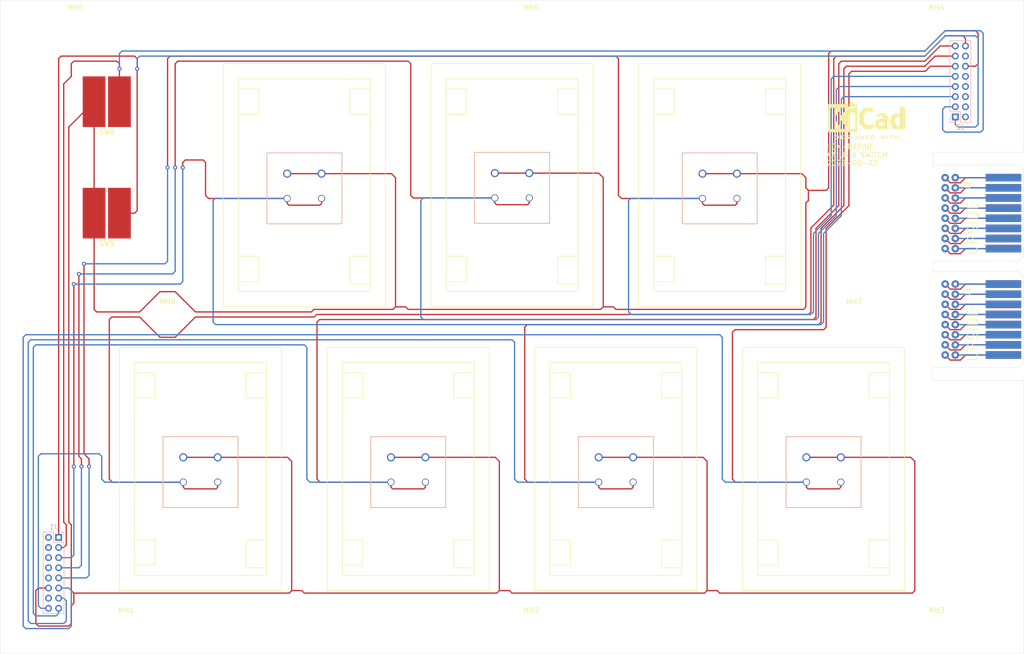
<source format=kicad_pcb>
(kicad_pcb (version 20211014) (generator pcbnew)
  (layers (0 "F.Cu" signal) (31 "B.Cu" signal) (34 "B.Paste" user) (35 "F.Paste" user) (36 "B.SilkS" user "B.Silkscreen") (37 "F.SilkS" user "F.Silkscreen") (38 "B.Mask" user) (39 "F.Mask" user) (44 "Edge.Cuts" user))
  (net 0 "")
  (net 1 "Net-(J1-Pad16)")
  (net 3 "Net-(J1-Pad15)")
  (net 5 "Net-(J1-Pad13)")
  (net 7 "Net-(J1-Pad11)")
  (net 9 "Net-(J1-Pad9)")
  (net 11 "Net-(J1-Pad7)")
  (net 12 "GND")
  (net 13 "Net-(J1-Pad5)")
  (net 15 "Net-(J1-Pad3)")
  (net 16 "Net-(J1-Pad1)")
  (footprint "iidx-refine:Hole-6mm" (layer "F.Cu") (at 215 139)
    (fp_text reference "MH3")
    (fp_text value "Hole-6mm")
  )
  (footprint "iidx-refine:Hole-6mm" (layer "F.Cu") (at 135 139)
    (fp_text reference "MH2")
    (fp_text value "Hole-6mm")
  )
  (footprint "iidx-refine:Hole-6mm" (layer "F.Cu") (at 55 139)
    (fp_text reference "MH1")
    (fp_text value "Hole-6mm")
  )
  (footprint "iidx-refine:Hole-6mm" (layer "F.Cu") (at 215 20)
    (fp_text reference "MH4")
    (fp_text value "Hole-6mm")
  )
  (footprint "iidx-refine:Hole-6mm" (layer "F.Cu") (at 135 20)
    (fp_text reference "MH5")
    (fp_text value "Hole-6mm")
  )
  (footprint "iidx-refine:Hole-6mm" (layer "F.Cu") (at 45 20)
    (fp_text reference "MH6")
    (fp_text value "Hole-6mm")
  )
  (footprint "iidx-refine:Con_IIDX" (layer "F.Cu") (at 220.5 49)
    (fp_text reference "J2")
    (fp_text value "Con_IIDX")
  )
  (footprint "kailh-x:Kailh-PG1425-X-Switch-reversible" (layer "F.Cu") (at 76.9 105.2)
    (fp_text reference "SW1" hide)
    (fp_text value "SW_SPST")
  )
  (footprint "kailh-x:Kailh-PG1425-X-Switch-reversible" (layer "F.Cu") (at 138.4 49.1)
    (fp_text reference "SW4" hide)
    (fp_text value "SW_SPST")
  )
  (footprint "iidx-refine:Rubber_Switch" (layer "F.Cu") (at 55 57)
    (fp_text reference "SW9")
    (fp_text value "SW_SPST")
  )
  (footprint "kailh-x:Kailh-PG1425-X-Switch-reversible" (layer "F.Cu") (at 97.4 49.2)
    (fp_text reference "SW2" hide)
    (fp_text value "SW_SPST")
  )
  (footprint "iidx-refine:Con_IIDX" (layer "F.Cu") (at 220.5 70)
    (fp_text reference "J1")
    (fp_text value "Con_IIDX")
  )
  (footprint "iidx-refine:Rubber_Switch" (layer "F.Cu") (at 55 35)
    (fp_text reference "SW8")
    (fp_text value "SW_SPST")
  )
  (footprint "" (layer "F.Cu") (at 218 57 90)
    (fp_text reference "")
    (fp_text value "")
  )
  (footprint "" (layer "F.Cu") (at 218 78 90)
    (fp_text reference "")
    (fp_text value "")
  )
  (footprint "kailh-x:Kailh-PG1425-X-Switch-reversible" (layer "F.Cu") (at 179.4 49.2)
    (fp_text reference "SW6" hide)
    (fp_text value "SW_SPST")
  )
  (footprint "Symbol:KiCad-Logo2_6mm_SilkScreen" (layer "F.Cu") (at 205 38)
    (fp_text reference "REF**" hide)
    (fp_text value "KiCad-Logo2_6mm_SilkScreen" hide)
  )
  (footprint "kailh-x:Kailh-PG1425-X-Switch-reversible" (layer "F.Cu") (at 199.9 105.2)
    (fp_text reference "SW7" hide)
    (fp_text value "SW_SPST")
  )
  (footprint "kailh-x:Kailh-PG1425-X-Switch-reversible" (layer "F.Cu") (at 117.9 105.2)
    (fp_text reference "SW3" hide)
    (fp_text value "SW_SPST")
  )
  (footprint "iidx-refine:Hole-3mm" (layer "F.Cu") (at 67 77)
    (fp_text reference "MH8")
    (fp_text value "Hole-3mm")
  )
  (footprint "kailh-x:Kailh-PG1425-X-Switch-reversible" (layer "F.Cu") (at 158.9 105.2)
    (fp_text reference "SW5" hide)
    (fp_text value "SW_SPST")
  )
  (footprint "iidx-refine:Hole-3mm" (layer "F.Cu") (at 202.5 77)
    (fp_text reference "MH7")
    (fp_text value "Hole-3mm")
  )
  (footprint "Connector_PinHeader_2.00mm:PinHeader_2x08_P2.00mm_Vertical" (layer "B.Cu") (at 222.5 38)
    (fp_text reference "J2")
    (fp_text value "Conn_01x16_Female")
  )
  (footprint "Connector_PinHeader_2.00mm:PinHeader_2x08_P2.00mm_Vertical" (layer "B.Cu") (at 45.5 121 180)
    (fp_text reference "J1")
    (fp_text value "Conn_01x16_Female")
  )
  (gr_line (start 81 72.5) (end 81 65.5) (layer "F.SilkS") (width 0.12))
  (gr_line (start 78 27.5) (end 78 30.5) (layer "F.SilkS") (width 0.12))
  (gr_line (start 185 71) (end 185 65.5) (layer "F.SilkS") (width 0.12))
  (gr_line (start 189 32.5) (end 185 32.5) (layer "F.SilkS") (width 0.12))
  (gr_line (start 160 75.5) (end 189 75.5) (layer "F.SilkS") (width 0.12))
  (gr_line (start 189 75.5) (end 192 75.5) (layer "F.SilkS") (width 0.12))
  (gr_line (start 185 37.5) (end 189 37.5) (layer "F.SilkS") (width 0.12))
  (gr_line (start 160 27.5) (end 160 30.5) (layer "F.SilkS") (width 0.12))
  (gr_line (start 189 71) (end 185 71) (layer "F.SilkS") (width 0.12))
  (gr_line (start 167 37.5) (end 163 37.5) (layer "F.SilkS") (width 0.12))
  (gr_line (start 163 32.5) (end 167 32.5) (layer "F.SilkS") (width 0.12))
  (gr_line (start 185 65.5) (end 189 65.5) (layer "F.SilkS") (width 0.12))
  (gr_line (start 185 32.5) (end 185 37.5) (layer "F.SilkS") (width 0.12))
  (gr_line (start 160 30.5) (end 160 72.5) (layer "F.SilkS") (width 0.12))
  (gr_line (start 163 70.5) (end 167 70.5) (layer "F.SilkS") (width 0.12))
  (gr_line (start 160 72.5) (end 160 75.5) (layer "F.SilkS") (width 0.12))
  (gr_line (start 167 32.5) (end 167 37.5) (layer "F.SilkS") (width 0.12))
  (gr_line (start 192 75.5) (end 192 30.5) (layer "F.SilkS") (width 0.12))
  (gr_line (start 167 65.5) (end 163 65.5) (layer "F.SilkS") (width 0.12))
  (gr_line (start 192 30.5) (end 192 27.5) (layer "F.SilkS") (width 0.12))
  (gr_line (start 192 27.5) (end 160 27.5) (layer "F.SilkS") (width 0.12))
  (gr_line (start 167 70.5) (end 167 65.5) (layer "F.SilkS") (width 0.12))
  (gr_line (start 163 30.5) (end 167 30.5) (layer "F.SilkS") (width 0.12))
  (gr_line (start 163 37.5) (end 163 30.5) (layer "F.SilkS") (width 0.12))
  (gr_line (start 163 72.5) (end 163 65.5) (layer "F.SilkS") (width 0.12))
  (gr_line (start 189 30.5) (end 189 37.5) (layer "F.SilkS") (width 0.12))
  (gr_line (start 167 72.5) (end 163 72.5) (layer "F.SilkS") (width 0.12))
  (gr_line (start 205.5 127) (end 205.5 121.5) (layer "F.SilkS") (width 0.12))
  (gr_line (start 209.5 88.5) (end 205.5 88.5) (layer "F.SilkS") (width 0.12))
  (gr_line (start 180.5 131.5) (end 209.5 131.5) (layer "F.SilkS") (width 0.12))
  (gr_line (start 209.5 131.5) (end 212.5 131.5) (layer "F.SilkS") (width 0.12))
  (gr_line (start 205.5 93.5) (end 209.5 93.5) (layer "F.SilkS") (width 0.12))
  (gr_line (start 180.5 83.5) (end 180.5 86.5) (layer "F.SilkS") (width 0.12))
  (gr_line (start 209.5 127) (end 205.5 127) (layer "F.SilkS") (width 0.12))
  (gr_line (start 187.5 93.5) (end 183.5 93.5) (layer "F.SilkS") (width 0.12))
  (gr_line (start 183.5 88.5) (end 187.5 88.5) (layer "F.SilkS") (width 0.12))
  (gr_line (start 205.5 121.5) (end 209.5 121.5) (layer "F.SilkS") (width 0.12))
  (gr_line (start 205.5 88.5) (end 205.5 93.5) (layer "F.SilkS") (width 0.12))
  (gr_line (start 180.5 86.5) (end 180.5 128.5) (layer "F.SilkS") (width 0.12))
  (gr_line (start 183.5 126.5) (end 187.5 126.5) (layer "F.SilkS") (width 0.12))
  (gr_line (start 180.5 128.5) (end 180.5 131.5) (layer "F.SilkS") (width 0.12))
  (gr_line (start 187.5 88.5) (end 187.5 93.5) (layer "F.SilkS") (width 0.12))
  (gr_line (start 212.5 131.5) (end 212.5 86.5) (layer "F.SilkS") (width 0.12))
  (gr_line (start 187.5 121.5) (end 183.5 121.5) (layer "F.SilkS") (width 0.12))
  (gr_line (start 212.5 86.5) (end 212.5 83.5) (layer "F.SilkS") (width 0.12))
  (gr_line (start 212.5 83.5) (end 180.5 83.5) (layer "F.SilkS") (width 0.12))
  (gr_line (start 187.5 126.5) (end 187.5 121.5) (layer "F.SilkS") (width 0.12))
  (gr_line (start 183.5 86.5) (end 187.5 86.5) (layer "F.SilkS") (width 0.12))
  (gr_line (start 183.5 93.5) (end 183.5 86.5) (layer "F.SilkS") (width 0.12))
  (gr_line (start 183.5 128.5) (end 183.5 121.5) (layer "F.SilkS") (width 0.12))
  (gr_line (start 209.5 86.5) (end 209.5 93.5) (layer "F.SilkS") (width 0.12))
  (gr_line (start 187.5 128.5) (end 183.5 128.5) (layer "F.SilkS") (width 0.12))
  (gr_line (start 60.5 93.5) (end 60.5 121.5) (layer "F.SilkS") (width 0.12))
  (gr_line (start 81 37.5) (end 81 65.5) (layer "F.SilkS") (width 0.12))
  (gr_line (start 85 65.5) (end 81 65.5) (layer "F.SilkS") (width 0.12))
  (gr_line (start 126 72.5) (end 122 72.5) (layer "F.SilkS") (width 0.12))
  (gr_line (start 151 27.5) (end 119 27.5) (layer "F.SilkS") (width 0.12))
  (gr_line (start 86.5 131.5) (end 89.5 131.5) (layer "F.SilkS") (width 0.12))
  (gr_line (start 144 30.5) (end 148 30.5) (layer "F.SilkS") (width 0.12))
  (gr_line (start 107 71) (end 103 71) (layer "F.SilkS") (width 0.12))
  (gr_line (start 81 70.5) (end 85 70.5) (layer "F.SilkS") (width 0.12))
  (gr_line (start 105.5 128.5) (end 123.5 128.5) (layer "F.SilkS") (width 0.12))
  (gr_line (start 139.5 86.5) (end 139.5 128.5) (layer "F.SilkS") (width 0.12))
  (gr_line (start 144 32.5) (end 144 37.5) (layer "F.SilkS") (width 0.12))
  (gr_line (start 86.5 127) (end 82.5 127) (layer "F.SilkS") (width 0.12))
  (gr_line (start 127.5 86.5) (end 127.5 93.5) (layer "F.SilkS") (width 0.12))
  (gr_line (start 85 72.5) (end 81 72.5) (layer "F.SilkS") (width 0.12))
  (gr_line (start 148 30.5) (end 148 37.5) (layer "F.SilkS") (width 0.12))
  (gr_line (start 148 71) (end 144 71) (layer "F.SilkS") (width 0.12))
  (gr_line (start 142.5 93.5) (end 142.5 121.5) (layer "F.SilkS") (width 0.12))
  (gr_line (start 86.5 88.5) (end 82.5 88.5) (layer "F.SilkS") (width 0.12))
  (gr_line (start 205.5 86.5) (end 209.5 86.5) (layer "F.SilkS") (width 0.12))
  (gr_line (start 105.5 93.5) (end 101.5 93.5) (layer "F.SilkS") (width 0.12))
  (gr_line (start 146.5 126.5) (end 146.5 121.5) (layer "F.SilkS") (width 0.12))
  (gr_line (start 82.5 127) (end 82.5 121.5) (layer "F.SilkS") (width 0.12))
  (gr_line (start 167 72.5) (end 185 72.5) (layer "F.SilkS") (width 0.12))
  (gr_line (start 142.5 93.5) (end 142.5 86.5) (layer "F.SilkS") (width 0.12))
  (gr_line (start 168.5 93.5) (end 168.5 121.5) (layer "F.SilkS") (width 0.12))
  (gr_line (start 139.5 131.5) (end 168.5 131.5) (layer "F.SilkS") (width 0.12))
  (gr_line (start 146.5 86.5) (end 164.5 86.5) (layer "F.SilkS") (width 0.12))
  (gr_line (start 81 37.5) (end 81 30.5) (layer "F.SilkS") (width 0.12))
  (gr_line (start 144 71) (end 144 65.5) (layer "F.SilkS") (width 0.12))
  (gr_line (start 105.5 88.5) (end 105.5 93.5) (layer "F.SilkS") (width 0.12))
  (gr_line (start 101.5 128.5) (end 101.5 121.5) (layer "F.SilkS") (width 0.12))
  (gr_line (start 164.5 127) (end 164.5 121.5) (layer "F.SilkS") (width 0.12))
  (gr_line (start 164.5 128.5) (end 168.5 128.5) (layer "F.SilkS") (width 0.12))
  (gr_line (start 130.5 86.5) (end 130.5 83.5) (layer "F.SilkS") (width 0.12))
  (gr_line (start 168.5 121.5) (end 168.5 128.5) (layer "F.SilkS") (width 0.12))
  (gr_line (start 98.5 131.5) (end 127.5 131.5) (layer "F.SilkS") (width 0.12))
  (gr_line (start 146.5 128.5) (end 142.5 128.5) (layer "F.SilkS") (width 0.12))
  (gr_line (start 81 30.5) (end 85 30.5) (layer "F.SilkS") (width 0.12))
  (gr_line (start 209.5 93.5) (end 209.5 121.5) (layer "F.SilkS") (width 0.12))
  (gr_line (start 60.5 88.5) (end 64.5 88.5) (layer "F.SilkS") (width 0.12))
  (gr_line (start 171.5 83.5) (end 139.5 83.5) (layer "F.SilkS") (width 0.12))
  (gr_line (start 164.5 93.5) (end 168.5 93.5) (layer "F.SilkS") (width 0.12))
  (gr_line (start 89.5 86.5) (end 89.5 83.5) (layer "F.SilkS") (width 0.12))
  (gr_line (start 85 32.5) (end 85 37.5) (layer "F.SilkS") (width 0.12))
  (gr_line (start 110 30.5) (end 110 27.5) (layer "F.SilkS") (width 0.12))
  (gr_line (start 105.5 126.5) (end 105.5 121.5) (layer "F.SilkS") (width 0.12))
  (gr_line (start 64.5 128.5) (end 60.5 128.5) (layer "F.SilkS") (width 0.12))
  (gr_line (start 64.5 86.5) (end 82.5 86.5) (layer "F.SilkS") (width 0.12))
  (gr_line (start 86.5 93.5) (end 86.5 121.5) (layer "F.SilkS") (width 0.12))
  (gr_line (start 144 65.5) (end 148 65.5) (layer "F.SilkS") (width 0.12))
  (gr_line (start 146.5 121.5) (end 142.5 121.5) (layer "F.SilkS") (width 0.12))
  (gr_line (start 78 30.5) (end 78 72.5) (layer "F.SilkS") (width 0.12))
  (gr_line (start 85 72.5) (end 103 72.5) (layer "F.SilkS") (width 0.12))
  (gr_line (start 126 72.5) (end 144 72.5) (layer "F.SilkS") (width 0.12))
  (gr_line (start 85 30.5) (end 103 30.5) (layer "F.SilkS") (width 0.12))
  (gr_line (start 146.5 93.5) (end 142.5 93.5) (layer "F.SilkS") (width 0.12))
  (gr_line (start 126 70.5) (end 126 65.5) (layer "F.SilkS") (width 0.12))
  (gr_line (start 164.5 86.5) (end 168.5 86.5) (layer "F.SilkS") (width 0.12))
  (gr_line (start 57.5 131.5) (end 86.5 131.5) (layer "F.SilkS") (width 0.12))
  (gr_line (start 187.5 86.5) (end 205.5 86.5) (layer "F.SilkS") (width 0.12))
  (gr_line (start 101.5 93.5) (end 101.5 86.5) (layer "F.SilkS") (width 0.12))
  (gr_line (start 60.5 93.5) (end 60.5 86.5) (layer "F.SilkS") (width 0.12))
  (gr_line (start 126 30.5) (end 144 30.5) (layer "F.SilkS") (width 0.12))
  (gr_line (start 122 37.5) (end 122 30.5) (layer "F.SilkS") (width 0.12))
  (gr_line (start 105.5 86.5) (end 123.5 86.5) (layer "F.SilkS") (width 0.12))
  (gr_line (start 123.5 86.5) (end 127.5 86.5) (layer "F.SilkS") (width 0.12))
  (gr_line (start 148 32.5) (end 144 32.5) (layer "F.SilkS") (width 0.12))
  (gr_line (start 148 37.5) (end 148 65.5) (layer "F.SilkS") (width 0.12))
  (gr_line (start 107 37.5) (end 107 65.5) (layer "F.SilkS") (width 0.12))
  (gr_line (start 105.5 121.5) (end 101.5 121.5) (layer "F.SilkS") (width 0.12))
  (gr_line (start 148 65.5) (end 148 72.5) (layer "F.SilkS") (width 0.12))
  (gr_line (start 189 37.5) (end 189 65.5) (layer "F.SilkS") (width 0.12))
  (gr_line (start 163 37.5) (end 163 65.5) (layer "F.SilkS") (width 0.12))
  (gr_line (start 57.5 86.5) (end 57.5 128.5) (layer "F.SilkS") (width 0.12))
  (gr_line (start 98.5 83.5) (end 98.5 86.5) (layer "F.SilkS") (width 0.12))
  (gr_line (start 119 27.5) (end 119 30.5) (layer "F.SilkS") (width 0.12))
  (gr_line (start 122 72.5) (end 122 65.5) (layer "F.SilkS") (width 0.12))
  (gr_line (start 60.5 126.5) (end 64.5 126.5) (layer "F.SilkS") (width 0.12))
  (gr_line (start 107 65.5) (end 107 72.5) (layer "F.SilkS") (width 0.12))
  (gr_line (start 142.5 128.5) (end 142.5 121.5) (layer "F.SilkS") (width 0.12))
  (gr_line (start 78 72.5) (end 78 75.5) (layer "F.SilkS") (width 0.12))
  (gr_line (start 110 27.5) (end 78 27.5) (layer "F.SilkS") (width 0.12))
  (gr_line (start 168.5 86.5) (end 168.5 93.5) (layer "F.SilkS") (width 0.12))
  (gr_line (start 142.5 126.5) (end 146.5 126.5) (layer "F.SilkS") (width 0.12))
  (gr_line (start 127.5 121.5) (end 127.5 128.5) (layer "F.SilkS") (width 0.12))
  (gr_line (start 142.5 88.5) (end 146.5 88.5) (layer "F.SilkS") (width 0.12))
  (gr_line (start 189 30.5) (end 185 30.5) (layer "F.SilkS") (width 0.12))
  (gr_line (start 127.5 127) (end 123.5 127) (layer "F.SilkS") (width 0.12))
  (gr_line (start 144 37.5) (end 148 37.5) (layer "F.SilkS") (width 0.12))
  (gr_line (start 130.5 83.5) (end 98.5 83.5) (layer "F.SilkS") (width 0.12))
  (gr_line (start 64.5 88.5) (end 64.5 93.5) (layer "F.SilkS") (width 0.12))
  (gr_line (start 122 37.5) (end 122 65.5) (layer "F.SilkS") (width 0.12))
  (gr_line (start 64.5 128.5) (end 82.5 128.5) (layer "F.SilkS") (width 0.12))
  (gr_line (start 122 70.5) (end 126 70.5) (layer "F.SilkS") (width 0.12))
  (gr_line (start 64.5 121.5) (end 60.5 121.5) (layer "F.SilkS") (width 0.12))
  (gr_line (start 139.5 128.5) (end 139.5 131.5) (layer "F.SilkS") (width 0.12))
  (gr_line (start 105.5 128.5) (end 101.5 128.5) (layer "F.SilkS") (width 0.12))
  (gr_line (start 144 72.5) (end 148 72.5) (layer "F.SilkS") (width 0.12))
  (gr_line (start 167 30.5) (end 185 30.5) (layer "F.SilkS") (width 0.12))
  (gr_line (start 103 71) (end 103 65.5) (layer "F.SilkS") (width 0.12))
  (gr_line (start 119 72.5) (end 119 75.5) (layer "F.SilkS") (width 0.12))
  (gr_line (start 107 30.5) (end 103 30.5) (layer "F.SilkS") (width 0.12))
  (gr_line (start 78 75.5) (end 110 75.5) (layer "F.SilkS") (width 0.12))
  (gr_line (start 123.5 88.5) (end 123.5 93.5) (layer "F.SilkS") (width 0.12))
  (gr_line (start 139.5 83.5) (end 139.5 86.5) (layer "F.SilkS") (width 0.12))
  (gr_line (start 168.5 131.5) (end 171.5 131.5) (layer "F.SilkS") (width 0.12))
  (gr_line (start 126 32.5) (end 126 37.5) (layer "F.SilkS") (width 0.12))
  (gr_line (start 164.5 88.5) (end 164.5 93.5) (layer "F.SilkS") (width 0.12))
  (gr_line (start 98.5 86.5) (end 98.5 128.5) (layer "F.SilkS") (width 0.12))
  (gr_line (start 86.5 121.5) (end 86.5 128.5) (layer "F.SilkS") (width 0.12))
  (gr_line (start 98.5 128.5) (end 98.5 131.5) (layer "F.SilkS") (width 0.12))
  (gr_line (start 187.5 128.5) (end 205.5 128.5) (layer "F.SilkS") (width 0.12))
  (gr_line (start 82.5 93.5) (end 86.5 93.5) (layer "F.SilkS") (width 0.12))
  (gr_line (start 101.5 126.5) (end 105.5 126.5) (layer "F.SilkS") (width 0.12))
  (gr_line (start 103 72.5) (end 107 72.5) (layer "F.SilkS") (width 0.12))
  (gr_line (start 123.5 127) (end 123.5 121.5) (layer "F.SilkS") (width 0.12))
  (gr_line (start 127.5 88.5) (end 123.5 88.5) (layer "F.SilkS") (width 0.12))
  (gr_line (start 110 75.5) (end 110 30.5) (layer "F.SilkS") (width 0.12))
  (gr_line (start 82.5 88.5) (end 82.5 93.5) (layer "F.SilkS") (width 0.12))
  (gr_line (start 146.5 88.5) (end 146.5 93.5) (layer "F.SilkS") (width 0.12))
  (gr_line (start 89.5 83.5) (end 57.5 83.5) (layer "F.SilkS") (width 0.12))
  (gr_line (start 86.5 128.5) (end 82.5 128.5) (layer "F.SilkS") (width 0.12))
  (gr_line (start 103 32.5) (end 103 37.5) (layer "F.SilkS") (width 0.12))
  (gr_line (start 119 30.5) (end 119 72.5) (layer "F.SilkS") (width 0.12))
  (gr_line (start 185 72.5) (end 189 72.5) (layer "F.SilkS") (width 0.12))
  (gr_line (start 60.5 128.5) (end 60.5 121.5) (layer "F.SilkS") (width 0.12))
  (gr_line (start 209.5 121.5) (end 209.5 128.5) (layer "F.SilkS") (width 0.12))
  (gr_line (start 101.5 93.5) (end 101.5 121.5) (layer "F.SilkS") (width 0.12))
  (gr_line (start 123.5 93.5) (end 127.5 93.5) (layer "F.SilkS") (width 0.12))
  (gr_line (start 57.5 128.5) (end 57.5 131.5) (layer "F.SilkS") (width 0.12))
  (gr_line (start 122 30.5) (end 126 30.5) (layer "F.SilkS") (width 0.12))
  (gr_line (start 107 30.5) (end 107 37.5) (layer "F.SilkS") (width 0.12))
  (gr_line (start 151 75.5) (end 151 30.5) (layer "F.SilkS") (width 0.12))
  (gr_line (start 103 65.5) (end 107 65.5) (layer "F.SilkS") (width 0.12))
  (gr_line (start 122 32.5) (end 126 32.5) (layer "F.SilkS") (width 0.12))
  (gr_line (start 64.5 126.5) (end 64.5 121.5) (layer "F.SilkS") (width 0.12))
  (gr_line (start 130.5 131.5) (end 130.5 86.5) (layer "F.SilkS") (width 0.12))
  (gr_line (start 146.5 128.5) (end 164.5 128.5) (layer "F.SilkS") (width 0.12))
  (gr_line (start 123.5 128.5) (end 127.5 128.5) (layer "F.SilkS") (width 0.12))
  (gr_line (start 126 65.5) (end 122 65.5) (layer "F.SilkS") (width 0.12))
  (gr_line (start 85 70.5) (end 85 65.5) (layer "F.SilkS") (width 0.12))
  (gr_line (start 82.5 121.5) (end 86.5 121.5) (layer "F.SilkS") (width 0.12))
  (gr_line (start 127.5 131.5) (end 130.5 131.5) (layer "F.SilkS") (width 0.12))
  (gr_line (start 81 32.5) (end 85 32.5) (layer "F.SilkS") (width 0.12))
  (gr_line (start 101.5 88.5) (end 105.5 88.5) (layer "F.SilkS") (width 0.12))
  (gr_line (start 127.5 93.5) (end 127.5 121.5) (layer "F.SilkS") (width 0.12))
  (gr_line (start 189 65.5) (end 189 72.5) (layer "F.SilkS") (width 0.12))
  (gr_line (start 86.5 86.5) (end 86.5 93.5) (layer "F.SilkS") (width 0.12))
  (gr_line (start 148 75.5) (end 151 75.5) (layer "F.SilkS") (width 0.12))
  (gr_line (start 107 32.5) (end 103 32.5) (layer "F.SilkS") (width 0.12))
  (gr_line (start 60.5 86.5) (end 64.5 86.5) (layer "F.SilkS") (width 0.12))
  (gr_line (start 57.5 83.5) (end 57.5 86.5) (layer "F.SilkS") (width 0.12))
  (gr_line (start 64.5 93.5) (end 60.5 93.5) (layer "F.SilkS") (width 0.12))
  (gr_line (start 205.5 128.5) (end 209.5 128.5) (layer "F.SilkS") (width 0.12))
  (gr_line (start 123.5 121.5) (end 127.5 121.5) (layer "F.SilkS") (width 0.12))
  (gr_line (start 168.5 127) (end 164.5 127) (layer "F.SilkS") (width 0.12))
  (gr_line (start 168.5 88.5) (end 164.5 88.5) (layer "F.SilkS") (width 0.12))
  (gr_line (start 142.5 86.5) (end 146.5 86.5) (layer "F.SilkS") (width 0.12))
  (gr_line (start 85 37.5) (end 81 37.5) (layer "F.SilkS") (width 0.12))
  (gr_line (start 119 75.5) (end 148 75.5) (layer "F.SilkS") (width 0.12))
  (gr_line (start 183.5 93.5) (end 183.5 121.5) (layer "F.SilkS") (width 0.12))
  (gr_line (start 89.5 131.5) (end 89.5 86.5) (layer "F.SilkS") (width 0.12))
  (gr_line (start 86.5 86.5) (end 82.5 86.5) (layer "F.SilkS") (width 0.12))
  (gr_line (start 151 30.5) (end 151 27.5) (layer "F.SilkS") (width 0.12))
  (gr_line (start 171.5 131.5) (end 171.5 83.5) (layer "F.SilkS") (width 0.12))
  (gr_line (start 101.5 86.5) (end 105.5 86.5) (layer "F.SilkS") (width 0.12))
  (gr_line (start 103 37.5) (end 107 37.5) (layer "F.SilkS") (width 0.12))
  (gr_line (start 126 37.5) (end 122 37.5) (layer "F.SilkS") (width 0.12))
  (gr_line (start 164.5 121.5) (end 168.5 121.5) (layer "F.SilkS") (width 0.12))
  (gr_line (start 34 15) (end 235.5 15) (layer "Edge.Cuts") (width 0.05))
  (gr_line (start 235.5 15) (end 236 15) (layer "Edge.Cuts") (width 0.05))
  (gr_line (start 235 47.5) (end 236 48.5) (layer "Edge.Cuts") (width 0.05))
  (gr_line (start 218 45) (end 218 47.5) (layer "Edge.Cuts") (width 0.05))
  (gr_line (start 236 15) (end 236 45) (layer "Edge.Cuts") (width 0.05))
  (gr_line (start 218 66.5) (end 218 68.5) (layer "Edge.Cuts") (width 0.05))
  (gr_line (start 236 86.5) (end 236 69.5) (layer "Edge.Cuts") (width 0.05))
  (gr_line (start 218 87.5) (end 218 90) (layer "Edge.Cuts") (width 0.05))
  (gr_line (start 34 144) (end 236 144) (layer "Edge.Cuts") (width 0.05))
  (gr_line (start 218 66.5) (end 235 66.5) (layer "Edge.Cuts") (width 0.05))
  (gr_line (start 236 45) (end 218 45) (layer "Edge.Cuts") (width 0.05))
  (gr_line (start 218 90) (end 236 90) (layer "Edge.Cuts") (width 0.05))
  (gr_line (start 236 90) (end 236 144) (layer "Edge.Cuts") (width 0.05))
  (gr_line (start 236 48.5) (end 236 65.5) (layer "Edge.Cuts") (width 0.05))
  (gr_line (start 235 66.5) (end 236 65.5) (layer "Edge.Cuts") (width 0.05))
  (gr_line (start 218 47.5) (end 235 47.5) (layer "Edge.Cuts") (width 0.05))
  (gr_line (start 218 87.5) (end 235 87.5) (layer "Edge.Cuts") (width 0.05))
  (gr_line (start 235 68.5) (end 218 68.5) (layer "Edge.Cuts") (width 0.05))
  (gr_line (start 235 68.5) (end 236 69.5) (layer "Edge.Cuts") (width 0.05))
  (gr_line (start 236 86.5) (end 235 87.5) (layer "Edge.Cuts") (width 0.05))
  (gr_line (start 34 15) (end 34 144) (layer "Edge.Cuts") (width 0.05))
  (gr_text "" (at 122.5 90) (layer "F.SilkS") (effects (font (size 1.27 1.27))))
  (gr_text "IIDX-REFINE\nKAILH X SWITCH\n2022-02-22" (at 197 45.5) (layer "F.SilkS") (effects (font (size 1 1)) (justify left)))
  (gr_text "UPSIDE" (at 226 60 90) (layer "F.SilkS") (effects (font (size 2 2))))
  (gr_text "" (at 204.5 90) (layer "F.SilkS") (effects (font (size 1.27 1.27))))
  (gr_text "" (at 184 34) (layer "F.SilkS") (effects (font (size 1.27 1.27))))
  (gr_text "" (at 143 34) (layer "F.SilkS") (effects (font (size 1.27 1.27))))
  (gr_text "UPSIDE" (at 226 81 90) (layer "F.SilkS") (effects (font (size 2 2))))
  (gr_text "" (at 163.5 90) (layer "F.SilkS") (effects (font (size 1.27 1.27))))
  (segment (start 223.5 51) (end 224.5 50) (width 0.25) (layer "F.Cu") (net 0))
  (segment (start 224.5 54) (end 232 54) (width 0.25) (layer "F.Cu") (net 0))
  (segment (start 221.5 59) (end 223.5 59) (width 0.25) (layer "F.Cu") (net 0))
  (segment (start 221.5 76) (end 223.5 76) (width 0.25) (layer "F.Cu") (net 0))
  (segment (start 220.5 83) (end 221.5 84) (width 0.25) (layer "F.Cu") (net 0))
  (segment (start 220.5 52) (end 221.5 53) (width 0.25) (layer "F.Cu") (net 0))
  (segment (start 220.5 64) (end 221.5 65) (width 0.25) (layer "F.Cu") (net 0))
  (segment (start 223.5 76) (end 224.5 75) (width 0.25) (layer "F.Cu") (net 0))
  (segment (start 223.5 53) (end 224.5 52) (width 0.25) (layer "F.Cu") (net 0))
  (segment (start 224.5 79) (end 232 79) (width 0.25) (layer "F.Cu") (net 0))
  (segment (start 224.5 58) (end 232 58) (width 0.25) (layer "F.Cu") (net 0))
  (segment (start 223.5 72) (end 224.5 71) (width 0.25) (layer "F.Cu") (net 0))
  (segment (start 220.5 54) (end 221.5 55) (width 0.25) (layer "F.Cu") (net 0))
  (segment (start 223.5 65) (end 224.5 64) (width 0.25) (layer "F.Cu") (net 0))
  (segment (start 220.5 71) (end 221.5 72) (width 0.25) (layer "F.Cu") (net 0))
  (segment (start 221.5 72) (end 223.5 72) (width 0.25) (layer "F.Cu") (net 0))
  (segment (start 220.5 77) (end 221.5 78) (width 0.25) (layer "F.Cu") (net 0))
  (segment (start 220.5 58) (end 221.5 59) (width 0.25) (layer "F.Cu") (net 0))
  (segment (start 224.5 52) (end 232 52) (width 0.25) (layer "F.Cu") (net 0))
  (segment (start 223.5 82) (end 224.5 81) (width 0.25) (layer "F.Cu") (net 0))
  (segment (start 220.5 60) (end 221.5 61) (width 0.25) (layer "F.Cu") (net 0))
  (segment (start 221.5 82) (end 223.5 82) (width 0.25) (layer "F.Cu") (net 0))
  (segment (start 224.5 56) (end 232 56) (width 0.25) (layer "F.Cu") (net 0))
  (segment (start 221.5 86) (end 223.5 86) (width 0.25) (layer "F.Cu") (net 0))
  (segment (start 224.5 75) (end 232 75) (width 0.25) (layer "F.Cu") (net 0))
  (segment (start 224.5 62) (end 232 62) (width 0.25) (layer "F.Cu") (net 0))
  (segment (start 221.5 51) (end 223.5 51) (width 0.25) (layer "F.Cu") (net 0))
  (segment (start 224.5 64) (end 232 64) (width 0.25) (layer "F.Cu") (net 0))
  (segment (start 223.5 78) (end 224.5 77) (width 0.25) (layer "F.Cu") (net 0))
  (segment (start 223.5 61) (end 224.5 60) (width 0.25) (layer "F.Cu") (net 0))
  (segment (start 223.5 80) (end 224.5 79) (width 0.25) (layer "F.Cu") (net 0))
  (segment (start 224.5 71) (end 232 71) (width 0.25) (layer "F.Cu") (net 0))
  (segment (start 221.5 78) (end 223.5 78) (width 0.25) (layer "F.Cu") (net 0))
  (segment (start 223.5 57) (end 224.5 56) (width 0.25) (layer "F.Cu") (net 0))
  (segment (start 224.5 77) (end 232 77) (width 0.25) (layer "F.Cu") (net 0))
  (segment (start 224.5 50) (end 232 50) (width 0.25) (layer "F.Cu") (net 0))
  (segment (start 220.5 75) (end 221.5 76) (width 0.25) (layer "F.Cu") (net 0))
  (segment (start 223.5 59) (end 224.5 58) (width 0.25) (layer "F.Cu") (net 0))
  (segment (start 221.5 57) (end 223.5 57) (width 0.25) (layer "F.Cu") (net 0))
  (segment (start 223.5 55) (end 224.5 54) (width 0.25) (layer "F.Cu") (net 0))
  (segment (start 224.5 81) (end 232 81) (width 0.25) (layer "F.Cu") (net 0))
  (segment (start 221.5 65) (end 223.5 65) (width 0.25) (layer "F.Cu") (net 0))
  (segment (start 220.5 56) (end 221.5 57) (width 0.25) (layer "F.Cu") (net 0))
  (segment (start 223.5 74) (end 224.5 73) (width 0.25) (layer "F.Cu") (net 0))
  (segment (start 223.5 63) (end 224.5 62) (width 0.25) (layer "F.Cu") (net 0))
  (segment (start 220.5 62) (end 221.5 63) (width 0.25) (layer "F.Cu") (net 0))
  (segment (start 221.5 84) (end 223.5 84) (width 0.25) (layer "F.Cu") (net 0))
  (segment (start 221.5 80) (end 223.5 80) (width 0.25) (layer "F.Cu") (net 0))
  (segment (start 221.5 74) (end 223.5 74) (width 0.25) (layer "F.Cu") (net 0))
  (segment (start 224.5 60) (end 232 60) (width 0.25) (layer "F.Cu") (net 0))
  (segment (start 224.5 83) (end 232 83) (width 0.25) (layer "F.Cu") (net 0))
  (segment (start 223.5 86) (end 224.5 85) (width 0.25) (layer "F.Cu") (net 0))
  (segment (start 221.5 53) (end 223.5 53) (width 0.25) (layer "F.Cu") (net 0))
  (segment (start 221.5 63) (end 223.5 63) (width 0.25) (layer "F.Cu") (net 0))
  (segment (start 220.5 50) (end 221.5 51) (width 0.25) (layer "F.Cu") (net 0))
  (segment (start 221.5 55) (end 223.5 55) (width 0.25) (layer "F.Cu") (net 0))
  (segment (start 220.5 79) (end 221.5 80) (width 0.25) (layer "F.Cu") (net 0))
  (segment (start 220.5 85) (end 221.5 86) (width 0.25) (layer "F.Cu") (net 0))
  (segment (start 220.5 81) (end 221.5 82) (width 0.25) (layer "F.Cu") (net 0))
  (segment (start 223.5 84) (end 224.5 83) (width 0.25) (layer "F.Cu") (net 0))
  (segment (start 221.5 61) (end 223.5 61) (width 0.25) (layer "F.Cu") (net 0))
  (segment (start 224.5 85) (end 232 85) (width 0.25) (layer "F.Cu") (net 0))
  (segment (start 220.5 73) (end 221.5 74) (width 0.25) (layer "F.Cu") (net 0))
  (segment (start 224.5 73) (end 232 73) (width 0.25) (layer "F.Cu") (net 0))
  (segment (start 222.5 58) (end 232 58) (width 0.25) (layer "B.Cu") (net 0))
  (segment (start 222.5 52) (end 232 52) (width 0.25) (layer "B.Cu") (net 0))
  (segment (start 222.5 56) (end 232 56) (width 0.25) (layer "B.Cu") (net 0))
  (segment (start 222.5 75) (end 232 75) (width 0.25) (layer "B.Cu") (net 0))
  (segment (start 222.5 62) (end 232 62) (width 0.25) (layer "B.Cu") (net 0))
  (segment (start 222.5 60) (end 232 60) (width 0.25) (layer "B.Cu") (net 0))
  (segment (start 222.5 81) (end 232 81) (width 0.25) (layer "B.Cu") (net 0))
  (segment (start 222.5 54) (end 232 54) (width 0.25) (layer "B.Cu") (net 0))
  (segment (start 222.5 71) (end 232 71) (width 0.25) (layer "B.Cu") (net 0))
  (segment (start 222.5 79) (end 232 79) (width 0.25) (layer "B.Cu") (net 0))
  (segment (start 222.5 73) (end 232 73) (width 0.25) (layer "B.Cu") (net 0))
  (segment (start 222.5 83) (end 232 83) (width 0.25) (layer "B.Cu") (net 0))
  (segment (start 222.5 85) (end 232 85) (width 0.25) (layer "B.Cu") (net 0))
  (segment (start 222.5 50) (end 232 50) (width 0.25) (layer "B.Cu") (net 0))
  (segment (start 222.5 77) (end 232 77) (width 0.25) (layer "B.Cu") (net 0))
  (segment (start 222.5 64) (end 232 64) (width 0.25) (layer "B.Cu") (net 0))
  (segment (start 216.5 26) (end 199 26) (width 0.25) (layer "F.Cu") (net 1))
  (segment (start 194 76.5) (end 193.5 77) (width 0.25) (layer "F.Cu") (net 1))
  (segment (start 224.5 24) (end 224.5 22.5) (width 0.25) (layer "F.Cu") (net 1))
  (segment (start 68.5 81.5) (end 65.5 81.5) (width 0.25) (layer "F.Cu") (net 1))
  (segment (start 70.434727 111.42452) (end 76.565429 111.42452) (width 0.25) (layer "F.Cu") (net 1))
  (segment (start 193.5 77) (end 96.432141 77) (width 0.25) (layer "F.Cu") (net 1))
  (segment (start 72.5 77.5) (end 68.5 81.5) (width 0.25) (layer "F.Cu") (net 1))
  (segment (start 96.432141 77) (end 95.932141 77.5) (width 0.25) (layer "F.Cu") (net 1))
  (segment (start 95.932141 77.5) (end 72.5 77.5) (width 0.25) (layer "F.Cu") (net 1))
  (segment (start 220.5 22) (end 216.5 26) (width 0.25) (layer "F.Cu") (net 1))
  (segment (start 56.099836 110.099836) (end 70.099992 110.099836) (width 0.25) (layer "F.Cu") (net 1))
  (segment (start 224 22) (end 220.5 22) (width 0.25) (layer "F.Cu") (net 1))
  (segment (start 70.099992 110.099836) (end 70.099992 111.089785) (width 0.25) (layer "F.Cu") (net 1))
  (segment (start 199 26) (end 198.5 26.5) (width 0.25) (layer "F.Cu") (net 1))
  (segment (start 224.5 22.5) (end 224 22) (width 0.25) (layer "F.Cu") (net 1))
  (segment (start 56 77.5) (end 55.5 78) (width 0.25) (layer "F.Cu") (net 1))
  (segment (start 198.5 55.413523) (end 194 59.913523) (width 0.25) (layer "F.Cu") (net 1))
  (segment (start 76.9 111.089949) (end 76.9 110.1) (width 0.25) (layer "F.Cu") (net 1))
  (segment (start 76.565429 111.42452) (end 76.9 111.089949) (width 0.25) (layer "F.Cu") (net 1))
  (segment (start 55.5 78) (end 55.5 109.5) (width 0.25) (layer "F.Cu") (net 1))
  (segment (start 70.099992 111.089785) (end 70.434727 111.42452) (width 0.25) (layer "F.Cu") (net 1))
  (segment (start 61.5 77.5) (end 56 77.5) (width 0.25) (layer "F.Cu") (net 1))
  (segment (start 198.5 26.5) (end 198.5 55.413523) (width 0.25) (layer "F.Cu") (net 1))
  (segment (start 194 59.913523) (end 194 76.5) (width 0.25) (layer "F.Cu") (net 1))
  (segment (start 55.5 109.5) (end 56.099836 110.099836) (width 0.25) (layer "F.Cu") (net 1))
  (segment (start 65.5 81.5) (end 61.5 77.5) (width 0.25) (layer "F.Cu") (net 1))
  (segment (start 42 135) (end 41.5 134.5) (width 0.25) (layer "B.Cu") (net 1))
  (segment (start 54 105) (end 54 109.5) (width 0.25) (layer "B.Cu") (net 1))
  (segment (start 53.5 104.5) (end 54 105) (width 0.25) (layer "B.Cu") (net 1))
  (segment (start 42 104.5) (end 53.5 104.5) (width 0.25) (layer "B.Cu") (net 1))
  (segment (start 41.5 105) (end 42 104.5) (width 0.25) (layer "B.Cu") (net 1))
  (segment (start 41.5 134.5) (end 41.5 105) (width 0.25) (layer "B.Cu") (net 1))
  (segment (start 43.5 135) (end 42 135) (width 0.25) (layer "B.Cu") (net 1))
  (segment (start 54.599836 110.099836) (end 70.099992 110.099836) (width 0.25) (layer "B.Cu") (net 1))
  (segment (start 54 109.5) (end 54.599836 110.099836) (width 0.25) (layer "B.Cu") (net 1))
  (segment (start 97 78) (end 96.5 78.5) (width 0.25) (layer "F.Cu") (net 3))
  (segment (start 195 77.5) (end 194.5 78) (width 0.25) (layer "F.Cu") (net 3))
  (segment (start 199.5 55.5) (end 195 60) (width 0.25) (layer "F.Cu") (net 3))
  (segment (start 216.5 27) (end 200 27) (width 0.25) (layer "F.Cu") (net 3))
  (segment (start 200 27) (end 199.5 27.5) (width 0.25) (layer "F.Cu") (net 3))
  (segment (start 97.099836 110.099836) (end 111.099992 110.099836) (width 0.25) (layer "F.Cu") (net 3))
  (segment (start 111.099992 111.099992) (end 111.099992 110.099836) (width 0.25) (layer "F.Cu") (net 3))
  (segment (start 111.42452 111.42452) (end 111.099992 111.099992) (width 0.25) (layer "F.Cu") (net 3))
  (segment (start 199.5 27.5) (end 199.5 55.5) (width 0.25) (layer "F.Cu") (net 3))
  (segment (start 96.5 109.5) (end 97.099836 110.099836) (width 0.25) (layer "F.Cu") (net 3))
  (segment (start 96.5 78.5) (end 96.5 109.5) (width 0.25) (layer "F.Cu") (net 3))
  (segment (start 117.565429 111.42452) (end 111.42452 111.42452) (width 0.25) (layer "F.Cu") (net 3))
  (segment (start 194.5 78) (end 97 78) (width 0.25) (layer "F.Cu") (net 3))
  (segment (start 222.5 24) (end 219.5 24) (width 0.25) (layer "F.Cu") (net 3))
  (segment (start 195 60) (end 195 77.5) (width 0.25) (layer "F.Cu") (net 3))
  (segment (start 117.9 110.1) (end 117.9 111.089949) (width 0.25) (layer "F.Cu") (net 3))
  (segment (start 117.9 111.089949) (end 117.565429 111.42452) (width 0.25) (layer "F.Cu") (net 3))
  (segment (start 219.5 24) (end 216.5 27) (width 0.25) (layer "F.Cu") (net 3))
  (segment (start 40.5 83.5) (end 41 83) (width 0.25) (layer "B.Cu") (net 3))
  (segment (start 45.5 136) (end 45 136.5) (width 0.25) (layer "B.Cu") (net 3))
  (segment (start 40.5 136) (end 40.5 83.5) (width 0.25) (layer "B.Cu") (net 3))
  (segment (start 45.5 135) (end 45.5 136) (width 0.25) (layer "B.Cu") (net 3))
  (segment (start 94.5 109.5) (end 95.099836 110.099836) (width 0.25) (layer "B.Cu") (net 3))
  (segment (start 94.5 83.5) (end 94.5 109.5) (width 0.25) (layer "B.Cu") (net 3))
  (segment (start 95.099836 110.099836) (end 111.099992 110.099836) (width 0.25) (layer "B.Cu") (net 3))
  (segment (start 41 83) (end 94 83) (width 0.25) (layer "B.Cu") (net 3))
  (segment (start 45 136.5) (end 41 136.5) (width 0.25) (layer "B.Cu") (net 3))
  (segment (start 41 136.5) (end 40.5 136) (width 0.25) (layer "B.Cu") (net 3))
  (segment (start 94 83) (end 94.5 83.5) (width 0.25) (layer "B.Cu") (net 3))
  (segment (start 196 60) (end 196 78.5) (width 0.25) (layer "F.Cu") (net 5))
  (segment (start 137.5 79.5) (end 137.5 109.5) (width 0.25) (layer "F.Cu") (net 5))
  (segment (start 138 79) (end 137.5 79.5) (width 0.25) (layer "F.Cu") (net 5))
  (segment (start 222.5 26) (end 218.5 26) (width 0.25) (layer "F.Cu") (net 5))
  (segment (start 158.9 111.1) (end 158.9 110.1) (width 0.25) (layer "F.Cu") (net 5))
  (segment (start 138.099836 110.099836) (end 152.099992 110.099836) (width 0.25) (layer "F.Cu") (net 5))
  (segment (start 195.5 79) (end 138 79) (width 0.25) (layer "F.Cu") (net 5))
  (segment (start 137.5 109.5) (end 138.099836 110.099836) (width 0.25) (layer "F.Cu") (net 5))
  (segment (start 200.5 28.5) (end 200.5 55.5) (width 0.25) (layer "F.Cu") (net 5))
  (segment (start 158.57548 111.42452) (end 158.9 111.1) (width 0.25) (layer "F.Cu") (net 5))
  (segment (start 152.434727 111.42452) (end 158.57548 111.42452) (width 0.25) (layer "F.Cu") (net 5))
  (segment (start 200.5 55.5) (end 196 60) (width 0.25) (layer "F.Cu") (net 5))
  (segment (start 216.5 28) (end 201 28) (width 0.25) (layer "F.Cu") (net 5))
  (segment (start 152.099992 111.089785) (end 152.434727 111.42452) (width 0.25) (layer "F.Cu") (net 5))
  (segment (start 218.5 26) (end 216.5 28) (width 0.25) (layer "F.Cu") (net 5))
  (segment (start 152.099992 110.099836) (end 152.099992 111.089785) (width 0.25) (layer "F.Cu") (net 5))
  (segment (start 196 78.5) (end 195.5 79) (width 0.25) (layer "F.Cu") (net 5))
  (segment (start 201 28) (end 200.5 28.5) (width 0.25) (layer "F.Cu") (net 5))
  (segment (start 135 82) (end 135.5 82.5) (width 0.25) (layer "B.Cu") (net 5))
  (segment (start 45.5 133) (end 46.5 133) (width 0.25) (layer "B.Cu") (net 5))
  (segment (start 40 138) (end 39.5 137.5) (width 0.25) (layer "B.Cu") (net 5))
  (segment (start 46.5 133) (end 47 133.5) (width 0.25) (layer "B.Cu") (net 5))
  (segment (start 135.5 109.5) (end 136.099836 110.099836) (width 0.25) (layer "B.Cu") (net 5))
  (segment (start 47 137.5) (end 46.5 138) (width 0.25) (layer "B.Cu") (net 5))
  (segment (start 39.5 82.5) (end 40 82) (width 0.25) (layer "B.Cu") (net 5))
  (segment (start 40 82) (end 135 82) (width 0.25) (layer "B.Cu") (net 5))
  (segment (start 46.5 138) (end 40 138) (width 0.25) (layer "B.Cu") (net 5))
  (segment (start 47 133.5) (end 47 137.5) (width 0.25) (layer "B.Cu") (net 5))
  (segment (start 136.099836 110.099836) (end 152.099992 110.099836) (width 0.25) (layer "B.Cu") (net 5))
  (segment (start 135.5 82.5) (end 135.5 109.5) (width 0.25) (layer "B.Cu") (net 5))
  (segment (start 39.5 137.5) (end 39.5 82.5) (width 0.25) (layer "B.Cu") (net 5))
  (segment (start 201.5 29.5) (end 201.5 55.5) (width 0.25) (layer "F.Cu") (net 7))
  (segment (start 179 80) (end 178.5 80.5) (width 0.25) (layer "F.Cu") (net 7))
  (segment (start 201.5 55.5) (end 197 60) (width 0.25) (layer "F.Cu") (net 7))
  (segment (start 222.5 28) (end 217.567859 28) (width 0.25) (layer "F.Cu") (net 7))
  (segment (start 193.099992 110.099836) (end 193.099992 111.089785) (width 0.25) (layer "F.Cu") (net 7))
  (segment (start 197 79.5) (end 196.5 80) (width 0.25) (layer "F.Cu") (net 7))
  (segment (start 216.567859 29) (end 202 29) (width 0.25) (layer "F.Cu") (net 7))
  (segment (start 193.099992 111.089785) (end 193.434727 111.42452) (width 0.25) (layer "F.Cu") (net 7))
  (segment (start 217.567859 28) (end 216.567859 29) (width 0.25) (layer "F.Cu") (net 7))
  (segment (start 199.9 111.089949) (end 199.9 110.1) (width 0.25) (layer "F.Cu") (net 7))
  (segment (start 178.5 80.5) (end 178.5 109.5) (width 0.25) (layer "F.Cu") (net 7))
  (segment (start 193.434727 111.42452) (end 199.565429 111.42452) (width 0.25) (layer "F.Cu") (net 7))
  (segment (start 197 60) (end 197 79.5) (width 0.25) (layer "F.Cu") (net 7))
  (segment (start 199.565429 111.42452) (end 199.9 111.089949) (width 0.25) (layer "F.Cu") (net 7))
  (segment (start 196.5 80) (end 179 80) (width 0.25) (layer "F.Cu") (net 7))
  (segment (start 179.099836 110.099836) (end 193.099992 110.099836) (width 0.25) (layer "F.Cu") (net 7))
  (segment (start 178.5 109.5) (end 179.099836 110.099836) (width 0.25) (layer "F.Cu") (net 7))
  (segment (start 202 29) (end 201.5 29.5) (width 0.25) (layer "F.Cu") (net 7))
  (segment (start 38.5 81.5) (end 39 81) (width 0.25) (layer "B.Cu") (net 7))
  (segment (start 45.5 131) (end 47.5 131) (width 0.25) (layer "B.Cu") (net 7))
  (segment (start 176 81) (end 176.5 81.5) (width 0.25) (layer "B.Cu") (net 7))
  (segment (start 39 139) (end 38.5 138.5) (width 0.25) (layer "B.Cu") (net 7))
  (segment (start 47.5 131) (end 48 131.5) (width 0.25) (layer "B.Cu") (net 7))
  (segment (start 48 138.5) (end 47.5 139) (width 0.25) (layer "B.Cu") (net 7))
  (segment (start 39 81) (end 176 81) (width 0.25) (layer "B.Cu") (net 7))
  (segment (start 48 131.5) (end 48 138.5) (width 0.25) (layer "B.Cu") (net 7))
  (segment (start 176.5 81.5) (end 176.5 109.5) (width 0.25) (layer "B.Cu") (net 7))
  (segment (start 47.5 139) (end 39 139) (width 0.25) (layer "B.Cu") (net 7))
  (segment (start 177.099836 110.099836) (end 193.099992 110.099836) (width 0.25) (layer "B.Cu") (net 7))
  (segment (start 38.5 138.5) (end 38.5 81.5) (width 0.25) (layer "B.Cu") (net 7))
  (segment (start 176.5 109.5) (end 177.099836 110.099836) (width 0.25) (layer "B.Cu") (net 7))
  (segment (start 50.5 104.5) (end 50.5 67) (width 0.25) (layer "F.Cu") (net 9))
  (segment (start 156 53.5) (end 156.599836 54.099836) (width 0.25) (layer "F.Cu") (net 9))
  (segment (start 179.065429 55.42452) (end 179.4 55.089949) (width 0.25) (layer "F.Cu") (net 9))
  (segment (start 67 26.5) (end 67.5 26) (width 0.25) (layer "F.Cu") (net 9))
  (segment (start 67 48) (end 67 26.5) (width 0.25) (layer "F.Cu") (net 9))
  (segment (start 156 26.5) (end 156 53.5) (width 0.25) (layer "F.Cu") (net 9))
  (segment (start 155.5 26) (end 156 26.5) (width 0.25) (layer "F.Cu") (net 9))
  (segment (start 172.599992 54.099836) (end 172.599992 55.089785) (width 0.25) (layer "F.Cu") (net 9))
  (segment (start 51.5 105.5) (end 50.5 104.5) (width 0.25) (layer "F.Cu") (net 9))
  (segment (start 172.934727 55.42452) (end 179.065429 55.42452) (width 0.25) (layer "F.Cu") (net 9))
  (segment (start 179.4 55.089949) (end 179.4 54.1) (width 0.25) (layer "F.Cu") (net 9))
  (segment (start 51.5 107) (end 51.5 105.5) (width 0.25) (layer "F.Cu") (net 9))
  (segment (start 172.599992 55.089785) (end 172.934727 55.42452) (width 0.25) (layer "F.Cu") (net 9))
  (segment (start 67.5 26) (end 155.5 26) (width 0.25) (layer "F.Cu") (net 9))
  (segment (start 156.599836 54.099836) (end 172.599992 54.099836) (width 0.25) (layer "F.Cu") (net 9))
  (via (at 51.5 107) (size 0.8) (drill 0.4) (layers "F.Cu" "B.Cu") (net 9))
  (via (at 67 48) (size 0.8) (drill 0.4) (layers "F.Cu" "B.Cu") (net 9))
  (via (at 50.5 67) (size 0.8) (drill 0.4) (layers "F.Cu" "B.Cu") (net 9))
  (segment (start 45.5 129) (end 51 129) (width 0.25) (layer "B.Cu") (net 9))
  (segment (start 158 54.5) (end 158.400164 54.099836) (width 0.25) (layer "B.Cu") (net 9))
  (segment (start 198 57.5) (end 194.5 61) (width 0.25) (layer "B.Cu") (net 9))
  (segment (start 158.5 77) (end 158 76.5) (width 0.25) (layer "B.Cu") (net 9))
  (segment (start 158 76.5) (end 158 54.5) (width 0.25) (layer "B.Cu") (net 9))
  (segment (start 66.5 67) (end 67 66.5) (width 0.25) (layer "B.Cu") (net 9))
  (segment (start 158.400164 54.099836) (end 172.599992 54.099836) (width 0.25) (layer "B.Cu") (net 9))
  (segment (start 51.5 128.5) (end 51.5 107) (width 0.25) (layer "B.Cu") (net 9))
  (segment (start 194.5 76.5) (end 194 77) (width 0.25) (layer "B.Cu") (net 9))
  (segment (start 67 66.5) (end 67 48) (width 0.25) (layer "B.Cu") (net 9))
  (segment (start 198.5 30) (end 198 30.5) (width 0.25) (layer "B.Cu") (net 9))
  (segment (start 194.5 61) (end 194.5 76.5) (width 0.25) (layer "B.Cu") (net 9))
  (segment (start 51 129) (end 51.5 128.5) (width 0.25) (layer "B.Cu") (net 9))
  (segment (start 198 30.5) (end 198 57.5) (width 0.25) (layer "B.Cu") (net 9))
  (segment (start 194 77) (end 158.5 77) (width 0.25) (layer "B.Cu") (net 9))
  (segment (start 222.5 30) (end 198.5 30) (width 0.25) (layer "B.Cu") (net 9))
  (segment (start 50.5 67) (end 66.5 67) (width 0.25) (layer "B.Cu") (net 9))
  (segment (start 69 27) (end 114.5 27) (width 0.25) (layer "F.Cu") (net 11))
  (segment (start 131.599992 54.989785) (end 131.934727 55.32452) (width 0.25) (layer "F.Cu") (net 11))
  (segment (start 114.5 27) (end 115 27.5) (width 0.25) (layer "F.Cu") (net 11))
  (segment (start 138.065429 55.32452) (end 138.4 54.989949) (width 0.25) (layer "F.Cu") (net 11))
  (segment (start 131.599992 53.999836) (end 131.599992 54.989785) (width 0.25) (layer "F.Cu") (net 11))
  (segment (start 138.4 54.989949) (end 138.4 54) (width 0.25) (layer "F.Cu") (net 11))
  (segment (start 49.5 105) (end 49.5 69) (width 0.25) (layer "F.Cu") (net 11))
  (segment (start 115 53.5) (end 115.499836 53.999836) (width 0.25) (layer "F.Cu") (net 11))
  (segment (start 115 27.5) (end 115 53.5) (width 0.25) (layer "F.Cu") (net 11))
  (segment (start 131.934727 55.32452) (end 138.065429 55.32452) (width 0.25) (layer "F.Cu") (net 11))
  (segment (start 115.499836 53.999836) (end 131.599992 53.999836) (width 0.25) (layer "F.Cu") (net 11))
  (segment (start 50 107) (end 50 105.5) (width 0.25) (layer "F.Cu") (net 11))
  (segment (start 50 105.5) (end 49.5 105) (width 0.25) (layer "F.Cu") (net 11))
  (segment (start 68.5 27.5) (end 69 27) (width 0.25) (layer "F.Cu") (net 11))
  (segment (start 68.5 48) (end 68.5 27.5) (width 0.25) (layer "F.Cu") (net 11))
  (via (at 68.5 48) (size 0.8) (drill 0.4) (layers "F.Cu" "B.Cu") (net 11))
  (via (at 49.5 69) (size 0.8) (drill 0.4) (layers "F.Cu" "B.Cu") (net 11))
  (via (at 50 107) (size 0.8) (drill 0.4) (layers "F.Cu" "B.Cu") (net 11))
  (segment (start 49.5 127) (end 50 126.5) (width 0.25) (layer "B.Cu") (net 11))
  (segment (start 195 78) (end 117.5 78) (width 0.25) (layer "B.Cu") (net 11))
  (segment (start 117 54.5) (end 117.500164 53.999836) (width 0.25) (layer "B.Cu") (net 11))
  (segment (start 50 126.5) (end 50 107) (width 0.25) (layer "B.Cu") (net 11))
  (segment (start 195.5 77.5) (end 195 78) (width 0.25) (layer "B.Cu") (net 11))
  (segment (start 117.500164 53.999836) (end 131.599992 53.999836) (width 0.25) (layer "B.Cu") (net 11))
  (segment (start 222.5 32) (end 199.635718 32) (width 0.25) (layer "B.Cu") (net 11))
  (segment (start 49.5 69) (end 68 69) (width 0.25) (layer "B.Cu") (net 11))
  (segment (start 68.5 68.5) (end 68.5 48) (width 0.25) (layer "B.Cu") (net 11))
  (segment (start 199.635718 32) (end 199 32.635718) (width 0.25) (layer "B.Cu") (net 11))
  (segment (start 68 69) (end 68.5 68.5) (width 0.25) (layer "B.Cu") (net 11))
  (segment (start 195.5 61) (end 195.5 77.5) (width 0.25) (layer "B.Cu") (net 11))
  (segment (start 199 57.5) (end 195.5 61) (width 0.25) (layer "B.Cu") (net 11))
  (segment (start 117.5 78) (end 117 77.5) (width 0.25) (layer "B.Cu") (net 11))
  (segment (start 199 32.635718) (end 199 57.5) (width 0.25) (layer "B.Cu") (net 11))
  (segment (start 117 77.5) (end 117 54.5) (width 0.25) (layer "B.Cu") (net 11))
  (segment (start 45.5 127) (end 49.5 127) (width 0.25) (layer "B.Cu") (net 11))
  (segment (start 91 132) (end 49 132) (width 0.25) (layer "F.Cu") (net 12))
  (segment (start 214 132) (end 214.5 131.5) (width 0.25) (layer "F.Cu") (net 12))
  (segment (start 173.5 131.5) (end 173 132) (width 0.25) (layer "F.Cu") (net 12))
  (segment (start 48 122.5) (end 48 118.5) (width 0.25) (layer "F.Cu") (net 12))
  (segment (start 173 132) (end 135 132) (width 0.25) (layer "F.Cu") (net 12))
  (segment (start 179.399836 49.199836) (end 179.4 49.2) (width 0.25) (layer "F.Cu") (net 12))
  (segment (start 76.899836 105.199836) (end 76.9 105.2) (width 0.25) (layer "F.Cu") (net 12))
  (segment (start 41.5 138.5) (end 47.5 138.5) (width 0.25) (layer "F.Cu") (net 12))
  (segment (start 199.899836 105.199836) (end 199.9 105.2) (width 0.25) (layer "F.Cu") (net 12))
  (segment (start 227 21.5) (end 227 27.5) (width 0.25) (layer "F.Cu") (net 12))
  (segment (start 193 75.5) (end 193 57.5) (width 0.25) (layer "F.Cu") (net 12))
  (segment (start 52.5 57) (end 52.5 76) (width 0.25) (layer "F.Cu") (net 12))
  (segment (start 173.5 131.5) (end 175.5 131.5) (width 0.25) (layer "F.Cu") (net 12))
  (segment (start 72.5 76.5) (end 95.398211 76.5) (width 0.25) (layer "F.Cu") (net 12))
  (segment (start 131.7 105.2) (end 117.9 105.2) (width 0.25) (layer "F.Cu") (net 12))
  (segment (start 48 118.5) (end 47.5 118) (width 0.25) (layer "F.Cu") (net 12))
  (segment (start 111.5 76) (end 112 75.5) (width 0.25) (layer "F.Cu") (net 12))
  (segment (start 90.599992 49.199836) (end 97.399836 49.199836) (width 0.25) (layer "F.Cu") (net 12))
  (segment (start 173.5 131.5) (end 173.5 106) (width 0.25) (layer "F.Cu") (net 12))
  (segment (start 132.5 106) (end 131.7 105.2) (width 0.25) (layer "F.Cu") (net 12))
  (segment (start 91.5 131.5) (end 91 132) (width 0.25) (layer "F.Cu") (net 12))
  (segment (start 226.5 28) (end 224.5 28) (width 0.25) (layer "F.Cu") (net 12))
  (segment (start 47.5 138.5) (end 48 138) (width 0.25) (layer "F.Cu") (net 12))
  (segment (start 193.099992 105.199836) (end 199.899836 105.199836) (width 0.25) (layer "F.Cu") (net 12))
  (segment (start 114.5 76) (end 114 75.5) (width 0.25) (layer "F.Cu") (net 12))
  (segment (start 52.5 35) (end 52.5 57) (width 0.25) (layer "F.Cu") (net 12))
  (segment (start 192.5 76) (end 193 75.5) (width 0.25) (layer "F.Cu") (net 12))
  (segment (start 91.5 131.5) (end 93.5 131.5) (width 0.25) (layer "F.Cu") (net 12))
  (segment (start 111.2 49.2) (end 97.4 49.2) (width 0.25) (layer "F.Cu") (net 12))
  (segment (start 91.5 106) (end 90.7 105.2) (width 0.25) (layer "F.Cu") (net 12))
  (segment (start 214.5 131.5) (end 214.5 106) (width 0.25) (layer "F.Cu") (net 12))
  (segment (start 65.5 72.5) (end 68.5 72.5) (width 0.25) (layer "F.Cu") (net 12))
  (segment (start 213.7 105.2) (end 199.9 105.2) (width 0.25) (layer "F.Cu") (net 12))
  (segment (start 155 75.5) (end 155.5 76) (width 0.25) (layer "F.Cu") (net 12))
  (segment (start 111.099992 105.199836) (end 117.899836 105.199836) (width 0.25) (layer "F.Cu") (net 12))
  (segment (start 117.899836 105.199836) (end 117.9 105.2) (width 0.25) (layer "F.Cu") (net 12))
  (segment (start 193 57.5) (end 193 55) (width 0.25) (layer "F.Cu") (net 12))
  (segment (start 48 138) (end 48 134.5) (width 0.25) (layer "F.Cu") (net 12))
  (segment (start 193.5 52.5) (end 197 52.5) (width 0.25) (layer "F.Cu") (net 12))
  (segment (start 226.5 21) (end 227 21.5) (width 0.25) (layer "F.Cu") (net 12))
  (segment (start 197.5 25.5) (end 198 25) (width 0.25) (layer "F.Cu") (net 12))
  (segment (start 131.599992 49.099836) (end 138.399836 49.099836) (width 0.25) (layer "F.Cu") (net 12))
  (segment (start 153 75.5) (end 153 50) (width 0.25) (layer "F.Cu") (net 12))
  (segment (start 68.5 72.5) (end 72.5 76.5) (width 0.25) (layer "F.Cu") (net 12))
  (segment (start 41 138) (end 41.5 138.5) (width 0.25) (layer "F.Cu") (net 12))
  (segment (start 61.5 76.5) (end 65.5 72.5) (width 0.25) (layer "F.Cu") (net 12))
  (segment (start 198 25) (end 216.5 25) (width 0.25) (layer "F.Cu") (net 12))
  (segment (start 135 132) (end 134.5 131.5) (width 0.25) (layer "F.Cu") (net 12))
  (segment (start 216.5 25) (end 220.5 21) (width 0.25) (layer "F.Cu") (net 12))
  (segment (start 95.898211 76) (end 111.5 76) (width 0.25) (layer "F.Cu") (net 12))
  (segment (start 175.5 131.5) (end 176 132) (width 0.25) (layer "F.Cu") (net 12))
  (segment (start 192.2 49.2) (end 179.4 49.2) (width 0.25) (layer "F.Cu") (net 12))
  (segment (start 95.398211 76.5) (end 95.898211 76) (width 0.25) (layer "F.Cu") (net 12))
  (segment (start 91.5 131.5) (end 91.5 106) (width 0.25) (layer "F.Cu") (net 12))
  (segment (start 48.5 132) (end 48 131.5) (width 0.25) (layer "F.Cu") (net 12))
  (segment (start 153 75.5) (end 152.5 76) (width 0.25) (layer "F.Cu") (net 12))
  (segment (start 193 52) (end 193 50) (width 0.25) (layer "F.Cu") (net 12))
  (segment (start 53 76.5) (end 61.5 76.5) (width 0.25) (layer "F.Cu") (net 12))
  (segment (start 197 52.5) (end 197.5 52) (width 0.25) (layer "F.Cu") (net 12))
  (segment (start 172.7 105.2) (end 158.9 105.2) (width 0.25) (layer "F.Cu") (net 12))
  (segment (start 114 75.5) (end 112 75.5) (width 0.25) (layer "F.Cu") (net 12))
  (segment (start 197.5 52) (end 197.5 25.5) (width 0.25) (layer "F.Cu") (net 12))
  (segment (start 43.5 131) (end 41.5 131) (width 0.25) (layer "F.Cu") (net 12))
  (segment (start 153 75.5) (end 155 75.5) (width 0.25) (layer "F.Cu") (net 12))
  (segment (start 52.5 76) (end 53 76.5) (width 0.25) (layer "F.Cu") (net 12))
  (segment (start 227 27.5) (end 226.5 28) (width 0.25) (layer "F.Cu") (net 12))
  (segment (start 47.5 40) (end 52.5 35) (width 0.25) (layer "F.Cu") (net 12))
  (segment (start 152.099992 105.199836) (end 158.899836 105.199836) (width 0.25) (layer "F.Cu") (net 12))
  (segment (start 70.099992 105.199836) (end 76.899836 105.199836) (width 0.25) (layer "F.Cu") (net 12))
  (segment (start 112 50) (end 111.2 49.2) (width 0.25) (layer "F.Cu") (net 12))
  (segment (start 132 132) (end 94 132) (width 0.25) (layer "F.Cu") (net 12))
  (segment (start 94 132) (end 93.5 131.5) (width 0.25) (layer "F.Cu") (net 12))
  (segment (start 48.5 132) (end 49 132) (width 0.25) (layer "F.Cu") (net 12))
  (segment (start 134.5 131.5) (end 132.5 131.5) (width 0.25) (layer "F.Cu") (net 12))
  (segment (start 97.399836 49.199836) (end 97.4 49.2) (width 0.25) (layer "F.Cu") (net 12))
  (segment (start 153 50) (end 152.1 49.1) (width 0.25) (layer "F.Cu") (net 12))
  (segment (start 48.5 134) (end 48.5 132) (width 0.25) (layer "F.Cu") (net 12))
  (segment (start 158.899836 105.199836) (end 158.9 105.2) (width 0.25) (layer "F.Cu") (net 12))
  (segment (start 112 75.5) (end 112 50) (width 0.25) (layer "F.Cu") (net 12))
  (segment (start 220.5 21) (end 226.5 21) (width 0.25) (layer "F.Cu") (net 12))
  (segment (start 152.1 49.1) (end 138.4 49.1) (width 0.25) (layer "F.Cu") (net 12))
  (segment (start 176 132) (end 214 132) (width 0.25) (layer "F.Cu") (net 12))
  (segment (start 47.5 118) (end 47.5 40) (width 0.25) (layer "F.Cu") (net 12))
  (segment (start 48 131.5) (end 48 122.5) (width 0.25) (layer "F.Cu") (net 12))
  (segment (start 193 55) (end 193.5 54.5) (width 0.25) (layer "F.Cu") (net 12))
  (segment (start 132.5 131.5) (end 132 132) (width 0.25) (layer "F.Cu") (net 12))
  (segment (start 138.399836 49.099836) (end 138.4 49.1) (width 0.25) (layer "F.Cu") (net 12))
  (segment (start 155.5 76) (end 192.5 76) (width 0.25) (layer "F.Cu") (net 12))
  (segment (start 90.7 105.2) (end 76.9 105.2) (width 0.25) (layer "F.Cu") (net 12))
  (segment (start 193.5 52.5) (end 193 52) (width 0.25) (layer "F.Cu") (net 12))
  (segment (start 152.5 76) (end 114.5 76) (width 0.25) (layer "F.Cu") (net 12))
  (segment (start 41.5 131) (end 41 131.5) (width 0.25) (layer "F.Cu") (net 12))
  (segment (start 193.5 54.5) (end 193.5 52.5) (width 0.25) (layer "F.Cu") (net 12))
  (segment (start 172.599992 49.199836) (end 179.399836 49.199836) (width 0.25) (layer "F.Cu") (net 12))
  (segment (start 214.5 106) (end 213.7 105.2) (width 0.25) (layer "F.Cu") (net 12))
  (segment (start 41 131.5) (end 41 138) (width 0.25) (layer "F.Cu") (net 12))
  (segment (start 173.5 106) (end 172.7 105.2) (width 0.25) (layer "F.Cu") (net 12))
  (segment (start 48 134.5) (end 48.5 134) (width 0.25) (layer "F.Cu") (net 12))
  (segment (start 132.5 131.5) (end 132.5 106) (width 0.25) (layer "F.Cu") (net 12))
  (segment (start 193 50) (end 192.2 49.2) (width 0.25) (layer "F.Cu") (net 12))
  (segment (start 90.599992 54.099836) (end 90.599992 55.089785) (width 0.25) (layer "F.Cu") (net 13))
  (segment (start 70 48) (end 70 47) (width 0.25) (layer "F.Cu") (net 13))
  (segment (start 74 46.5) (end 74.5 47) (width 0.25) (layer "F.Cu") (net 13))
  (segment (start 70.5 46.5) (end 74 46.5) (width 0.25) (layer "F.Cu") (net 13))
  (segment (start 74.5 47) (end 74.5 53.5) (width 0.25) (layer "F.Cu") (net 13))
  (segment (start 48.5 107) (end 48.5 71) (width 0.25) (layer "F.Cu") (net 13))
  (segment (start 75.099836 54.099836) (end 90.599992 54.099836) (width 0.25) (layer "F.Cu") (net 13))
  (segment (start 97.4 55.1) (end 97.4 54.1) (width 0.25) (layer "F.Cu") (net 13))
  (segment (start 90.599992 55.089785) (end 90.934727 55.42452) (width 0.25) (layer "F.Cu") (net 13))
  (segment (start 74.5 53.5) (end 75.099836 54.099836) (width 0.25) (layer "F.Cu") (net 13))
  (segment (start 97.07548 55.42452) (end 97.4 55.1) (width 0.25) (layer "F.Cu") (net 13))
  (segment (start 90.934727 55.42452) (end 97.07548 55.42452) (width 0.25) (layer "F.Cu") (net 13))
  (segment (start 70 47) (end 70.5 46.5) (width 0.25) (layer "F.Cu") (net 13))
  (via (at 48.5 107) (size 0.8) (drill 0.4) (layers "F.Cu" "B.Cu") (net 13))
  (via (at 70 48) (size 0.8) (drill 0.4) (layers "F.Cu" "B.Cu") (net 13))
  (via (at 48.5 71) (size 0.8) (drill 0.4) (layers "F.Cu" "B.Cu") (net 13))
  (segment (start 196 79) (end 76.5 79) (width 0.25) (layer "B.Cu") (net 13))
  (segment (start 69.5 71) (end 70 70.5) (width 0.25) (layer "B.Cu") (net 13))
  (segment (start 76.5 79) (end 76 78.5) (width 0.25) (layer "B.Cu") (net 13))
  (segment (start 48.5 71) (end 69.5 71) (width 0.25) (layer "B.Cu") (net 13))
  (segment (start 200 57.5) (end 196.5 61) (width 0.25) (layer "B.Cu") (net 13))
  (segment (start 45.5 125) (end 48 125) (width 0.25) (layer "B.Cu") (net 13))
  (segment (start 70 70.5) (end 70 48) (width 0.25) (layer "B.Cu") (net 13))
  (segment (start 196.5 61) (end 196.5 78.5) (width 0.25) (layer "B.Cu") (net 13))
  (segment (start 200 34.5) (end 200 57.5) (width 0.25) (layer "B.Cu") (net 13))
  (segment (start 200.5 34) (end 200 34.5) (width 0.25) (layer "B.Cu") (net 13))
  (segment (start 76 78.5) (end 76 54.5) (width 0.25) (layer "B.Cu") (net 13))
  (segment (start 48.5 124.5) (end 48.5 107) (width 0.25) (layer "B.Cu") (net 13))
  (segment (start 76.400164 54.099836) (end 90.599992 54.099836) (width 0.25) (layer "B.Cu") (net 13))
  (segment (start 222.5 34) (end 200.5 34) (width 0.25) (layer "B.Cu") (net 13))
  (segment (start 76 54.5) (end 76.400164 54.099836) (width 0.25) (layer "B.Cu") (net 13))
  (segment (start 196.5 78.5) (end 196 79) (width 0.25) (layer "B.Cu") (net 13))
  (segment (start 48 125) (end 48.5 124.5) (width 0.25) (layer "B.Cu") (net 13))
  (segment (start 46.5 118) (end 47 118.5) (width 0.25) (layer "F.Cu") (net 15))
  (segment (start 48 27.5) (end 48 30) (width 0.25) (layer "F.Cu") (net 15))
  (segment (start 48.5 27) (end 48 27.5) (width 0.25) (layer "F.Cu") (net 15))
  (segment (start 57.5 28.5) (end 57.5 27.5) (width 0.25) (layer "F.Cu") (net 15))
  (segment (start 57.5 35) (end 57.5 28.5) (width 0.25) (layer "F.Cu") (net 15))
  (segment (start 46.5 31.5) (end 46.5 118) (width 0.25) (layer "F.Cu") (net 15))
  (segment (start 47 122.5) (end 46.5 123) (width 0.25) (layer "F.Cu") (net 15))
  (segment (start 48 30) (end 46.5 31.5) (width 0.25) (layer "F.Cu") (net 15))
  (segment (start 47 118.5) (end 47 122.5) (width 0.25) (layer "F.Cu") (net 15))
  (segment (start 57 27) (end 48.5 27) (width 0.25) (layer "F.Cu") (net 15))
  (segment (start 57.5 27.5) (end 57 27) (width 0.25) (layer "F.Cu") (net 15))
  (segment (start 46.5 123) (end 45.5 123) (width 0.25) (layer "F.Cu") (net 15))
  (via (at 57.5 28.5) (size 0.8) (drill 0.4) (layers "F.Cu" "B.Cu") (net 15))
  (segment (start 227.5 21) (end 228 21.5) (width 0.25) (layer "B.Cu") (net 15))
  (segment (start 220 40.5) (end 220 36.5) (width 0.25) (layer "B.Cu") (net 15))
  (segment (start 57.5 25.5) (end 58 25) (width 0.25) (layer "B.Cu") (net 15))
  (segment (start 58 25) (end 216.5 25) (width 0.25) (layer "B.Cu") (net 15))
  (segment (start 220.5 36) (end 222.5 36) (width 0.25) (layer "B.Cu") (net 15))
  (segment (start 228 21.5) (end 228 40.5) (width 0.25) (layer "B.Cu") (net 15))
  (segment (start 220.5 41) (end 220 40.5) (width 0.25) (layer "B.Cu") (net 15))
  (segment (start 216.5 25) (end 220.5 21) (width 0.25) (layer "B.Cu") (net 15))
  (segment (start 57.5 28.5) (end 57.5 25.5) (width 0.25) (layer "B.Cu") (net 15))
  (segment (start 220.5 21) (end 227.5 21) (width 0.25) (layer "B.Cu") (net 15))
  (segment (start 220 36.5) (end 220.5 36) (width 0.25) (layer "B.Cu") (net 15))
  (segment (start 227.5 41) (end 220.5 41) (width 0.25) (layer "B.Cu") (net 15))
  (segment (start 228 40.5) (end 227.5 41) (width 0.25) (layer "B.Cu") (net 15))
  (segment (start 45.5 26.5) (end 45.5 30) (width 0.25) (layer "F.Cu") (net 16))
  (segment (start 61 28.5) (end 61 26.5) (width 0.25) (layer "F.Cu") (net 16))
  (segment (start 60.5 57) (end 61 56.5) (width 0.25) (layer "F.Cu") (net 16))
  (segment (start 57.5 57) (end 60.5 57) (width 0.25) (layer "F.Cu") (net 16))
  (segment (start 61 26.5) (end 60.5 26) (width 0.25) (layer "F.Cu") (net 16))
  (segment (start 60.5 26) (end 46 26) (width 0.25) (layer "F.Cu") (net 16))
  (segment (start 45.5 30) (end 45.5 121) (width 0.25) (layer "F.Cu") (net 16))
  (segment (start 46 26) (end 45.5 26.5) (width 0.25) (layer "F.Cu") (net 16))
  (segment (start 61 56.5) (end 61 28.5) (width 0.25) (layer "F.Cu") (net 16))
  (via (at 61 28.5) (size 0.8) (drill 0.4) (layers "F.Cu" "B.Cu") (net 16))
  (segment (start 226.5 40) (end 223 40) (width 0.25) (layer "B.Cu") (net 16))
  (segment (start 61 26.5) (end 61.5 26) (width 0.25) (layer "B.Cu") (net 16))
  (segment (start 61.5 26) (end 216.5 26) (width 0.25) (layer "B.Cu") (net 16))
  (segment (start 223 40) (end 222.5 39.5) (width 0.25) (layer "B.Cu") (net 16))
  (segment (start 226.5 22) (end 227 22.5) (width 0.25) (layer "B.Cu") (net 16))
  (segment (start 227 22.5) (end 227 39.5) (width 0.25) (layer "B.Cu") (net 16))
  (segment (start 222.5 39.5) (end 222.5 38) (width 0.25) (layer "B.Cu") (net 16))
  (segment (start 216.5 26) (end 220.5 22) (width 0.25) (layer "B.Cu") (net 16))
  (segment (start 220.5 22) (end 226.5 22) (width 0.25) (layer "B.Cu") (net 16))
  (segment (start 61 28.5) (end 61 26.5) (width 0.25) (layer "B.Cu") (net 16))
  (segment (start 227 39.5) (end 226.5 40) (width 0.25) (layer "B.Cu") (net 16))
)
</source>
